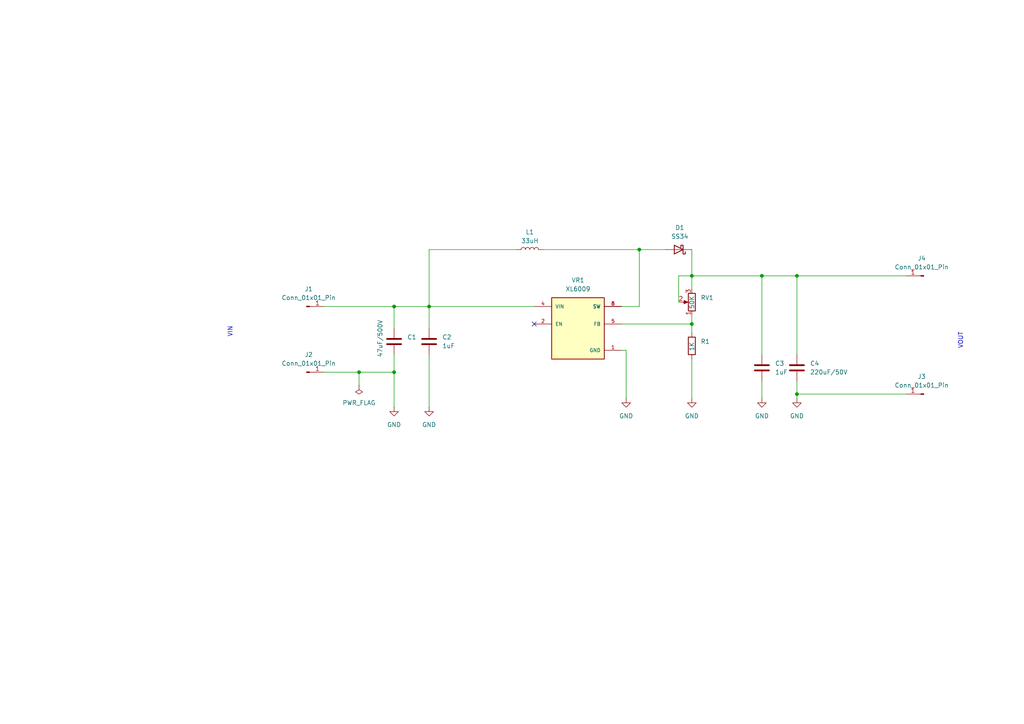
<source format=kicad_sch>
(kicad_sch
	(version 20250114)
	(generator "eeschema")
	(generator_version "9.0")
	(uuid "7d2d8ff2-c9b3-4176-94b2-8cc422663538")
	(paper "A4")
	(title_block
		(title "Dc Dc Boost Coverter")
		(date "2025-09-13")
		(rev "V0.1")
		(company "RD")
	)
	(lib_symbols
		(symbol "Connector:Conn_01x01_Pin"
			(pin_names
				(offset 1.016)
				(hide yes)
			)
			(exclude_from_sim no)
			(in_bom yes)
			(on_board yes)
			(property "Reference" "J"
				(at 0 2.54 0)
				(effects
					(font
						(size 1.27 1.27)
					)
				)
			)
			(property "Value" "Conn_01x01_Pin"
				(at 0 -2.54 0)
				(effects
					(font
						(size 1.27 1.27)
					)
				)
			)
			(property "Footprint" ""
				(at 0 0 0)
				(effects
					(font
						(size 1.27 1.27)
					)
					(hide yes)
				)
			)
			(property "Datasheet" "~"
				(at 0 0 0)
				(effects
					(font
						(size 1.27 1.27)
					)
					(hide yes)
				)
			)
			(property "Description" "Generic connector, single row, 01x01, script generated"
				(at 0 0 0)
				(effects
					(font
						(size 1.27 1.27)
					)
					(hide yes)
				)
			)
			(property "ki_locked" ""
				(at 0 0 0)
				(effects
					(font
						(size 1.27 1.27)
					)
				)
			)
			(property "ki_keywords" "connector"
				(at 0 0 0)
				(effects
					(font
						(size 1.27 1.27)
					)
					(hide yes)
				)
			)
			(property "ki_fp_filters" "Connector*:*_1x??_*"
				(at 0 0 0)
				(effects
					(font
						(size 1.27 1.27)
					)
					(hide yes)
				)
			)
			(symbol "Conn_01x01_Pin_1_1"
				(rectangle
					(start 0.8636 0.127)
					(end 0 -0.127)
					(stroke
						(width 0.1524)
						(type default)
					)
					(fill
						(type outline)
					)
				)
				(polyline
					(pts
						(xy 1.27 0) (xy 0.8636 0)
					)
					(stroke
						(width 0.1524)
						(type default)
					)
					(fill
						(type none)
					)
				)
				(pin passive line
					(at 5.08 0 180)
					(length 3.81)
					(name "Pin_1"
						(effects
							(font
								(size 1.27 1.27)
							)
						)
					)
					(number "1"
						(effects
							(font
								(size 1.27 1.27)
							)
						)
					)
				)
			)
			(embedded_fonts no)
		)
		(symbol "Device:C"
			(pin_numbers
				(hide yes)
			)
			(pin_names
				(offset 0.254)
			)
			(exclude_from_sim no)
			(in_bom yes)
			(on_board yes)
			(property "Reference" "C"
				(at 0.635 2.54 0)
				(effects
					(font
						(size 1.27 1.27)
					)
					(justify left)
				)
			)
			(property "Value" "C"
				(at 0.635 -2.54 0)
				(effects
					(font
						(size 1.27 1.27)
					)
					(justify left)
				)
			)
			(property "Footprint" ""
				(at 0.9652 -3.81 0)
				(effects
					(font
						(size 1.27 1.27)
					)
					(hide yes)
				)
			)
			(property "Datasheet" "~"
				(at 0 0 0)
				(effects
					(font
						(size 1.27 1.27)
					)
					(hide yes)
				)
			)
			(property "Description" "Unpolarized capacitor"
				(at 0 0 0)
				(effects
					(font
						(size 1.27 1.27)
					)
					(hide yes)
				)
			)
			(property "ki_keywords" "cap capacitor"
				(at 0 0 0)
				(effects
					(font
						(size 1.27 1.27)
					)
					(hide yes)
				)
			)
			(property "ki_fp_filters" "C_*"
				(at 0 0 0)
				(effects
					(font
						(size 1.27 1.27)
					)
					(hide yes)
				)
			)
			(symbol "C_0_1"
				(polyline
					(pts
						(xy -2.032 0.762) (xy 2.032 0.762)
					)
					(stroke
						(width 0.508)
						(type default)
					)
					(fill
						(type none)
					)
				)
				(polyline
					(pts
						(xy -2.032 -0.762) (xy 2.032 -0.762)
					)
					(stroke
						(width 0.508)
						(type default)
					)
					(fill
						(type none)
					)
				)
			)
			(symbol "C_1_1"
				(pin passive line
					(at 0 3.81 270)
					(length 2.794)
					(name "~"
						(effects
							(font
								(size 1.27 1.27)
							)
						)
					)
					(number "1"
						(effects
							(font
								(size 1.27 1.27)
							)
						)
					)
				)
				(pin passive line
					(at 0 -3.81 90)
					(length 2.794)
					(name "~"
						(effects
							(font
								(size 1.27 1.27)
							)
						)
					)
					(number "2"
						(effects
							(font
								(size 1.27 1.27)
							)
						)
					)
				)
			)
			(embedded_fonts no)
		)
		(symbol "Device:L"
			(pin_numbers
				(hide yes)
			)
			(pin_names
				(offset 1.016)
				(hide yes)
			)
			(exclude_from_sim no)
			(in_bom yes)
			(on_board yes)
			(property "Reference" "L"
				(at -1.27 0 90)
				(effects
					(font
						(size 1.27 1.27)
					)
				)
			)
			(property "Value" "L"
				(at 1.905 0 90)
				(effects
					(font
						(size 1.27 1.27)
					)
				)
			)
			(property "Footprint" ""
				(at 0 0 0)
				(effects
					(font
						(size 1.27 1.27)
					)
					(hide yes)
				)
			)
			(property "Datasheet" "~"
				(at 0 0 0)
				(effects
					(font
						(size 1.27 1.27)
					)
					(hide yes)
				)
			)
			(property "Description" "Inductor"
				(at 0 0 0)
				(effects
					(font
						(size 1.27 1.27)
					)
					(hide yes)
				)
			)
			(property "ki_keywords" "inductor choke coil reactor magnetic"
				(at 0 0 0)
				(effects
					(font
						(size 1.27 1.27)
					)
					(hide yes)
				)
			)
			(property "ki_fp_filters" "Choke_* *Coil* Inductor_* L_*"
				(at 0 0 0)
				(effects
					(font
						(size 1.27 1.27)
					)
					(hide yes)
				)
			)
			(symbol "L_0_1"
				(arc
					(start 0 2.54)
					(mid 0.6323 1.905)
					(end 0 1.27)
					(stroke
						(width 0)
						(type default)
					)
					(fill
						(type none)
					)
				)
				(arc
					(start 0 1.27)
					(mid 0.6323 0.635)
					(end 0 0)
					(stroke
						(width 0)
						(type default)
					)
					(fill
						(type none)
					)
				)
				(arc
					(start 0 0)
					(mid 0.6323 -0.635)
					(end 0 -1.27)
					(stroke
						(width 0)
						(type default)
					)
					(fill
						(type none)
					)
				)
				(arc
					(start 0 -1.27)
					(mid 0.6323 -1.905)
					(end 0 -2.54)
					(stroke
						(width 0)
						(type default)
					)
					(fill
						(type none)
					)
				)
			)
			(symbol "L_1_1"
				(pin passive line
					(at 0 3.81 270)
					(length 1.27)
					(name "1"
						(effects
							(font
								(size 1.27 1.27)
							)
						)
					)
					(number "1"
						(effects
							(font
								(size 1.27 1.27)
							)
						)
					)
				)
				(pin passive line
					(at 0 -3.81 90)
					(length 1.27)
					(name "2"
						(effects
							(font
								(size 1.27 1.27)
							)
						)
					)
					(number "2"
						(effects
							(font
								(size 1.27 1.27)
							)
						)
					)
				)
			)
			(embedded_fonts no)
		)
		(symbol "Device:R"
			(pin_numbers
				(hide yes)
			)
			(pin_names
				(offset 0)
			)
			(exclude_from_sim no)
			(in_bom yes)
			(on_board yes)
			(property "Reference" "R"
				(at 2.032 0 90)
				(effects
					(font
						(size 1.27 1.27)
					)
				)
			)
			(property "Value" "R"
				(at 0 0 90)
				(effects
					(font
						(size 1.27 1.27)
					)
				)
			)
			(property "Footprint" ""
				(at -1.778 0 90)
				(effects
					(font
						(size 1.27 1.27)
					)
					(hide yes)
				)
			)
			(property "Datasheet" "~"
				(at 0 0 0)
				(effects
					(font
						(size 1.27 1.27)
					)
					(hide yes)
				)
			)
			(property "Description" "Resistor"
				(at 0 0 0)
				(effects
					(font
						(size 1.27 1.27)
					)
					(hide yes)
				)
			)
			(property "ki_keywords" "R res resistor"
				(at 0 0 0)
				(effects
					(font
						(size 1.27 1.27)
					)
					(hide yes)
				)
			)
			(property "ki_fp_filters" "R_*"
				(at 0 0 0)
				(effects
					(font
						(size 1.27 1.27)
					)
					(hide yes)
				)
			)
			(symbol "R_0_1"
				(rectangle
					(start -1.016 -2.54)
					(end 1.016 2.54)
					(stroke
						(width 0.254)
						(type default)
					)
					(fill
						(type none)
					)
				)
			)
			(symbol "R_1_1"
				(pin passive line
					(at 0 3.81 270)
					(length 1.27)
					(name "~"
						(effects
							(font
								(size 1.27 1.27)
							)
						)
					)
					(number "1"
						(effects
							(font
								(size 1.27 1.27)
							)
						)
					)
				)
				(pin passive line
					(at 0 -3.81 90)
					(length 1.27)
					(name "~"
						(effects
							(font
								(size 1.27 1.27)
							)
						)
					)
					(number "2"
						(effects
							(font
								(size 1.27 1.27)
							)
						)
					)
				)
			)
			(embedded_fonts no)
		)
		(symbol "Device:R_Potentiometer"
			(pin_names
				(offset 1.016)
				(hide yes)
			)
			(exclude_from_sim no)
			(in_bom yes)
			(on_board yes)
			(property "Reference" "RV"
				(at -4.445 0 90)
				(effects
					(font
						(size 1.27 1.27)
					)
				)
			)
			(property "Value" "R_Potentiometer"
				(at -2.54 0 90)
				(effects
					(font
						(size 1.27 1.27)
					)
				)
			)
			(property "Footprint" ""
				(at 0 0 0)
				(effects
					(font
						(size 1.27 1.27)
					)
					(hide yes)
				)
			)
			(property "Datasheet" "~"
				(at 0 0 0)
				(effects
					(font
						(size 1.27 1.27)
					)
					(hide yes)
				)
			)
			(property "Description" "Potentiometer"
				(at 0 0 0)
				(effects
					(font
						(size 1.27 1.27)
					)
					(hide yes)
				)
			)
			(property "ki_keywords" "resistor variable"
				(at 0 0 0)
				(effects
					(font
						(size 1.27 1.27)
					)
					(hide yes)
				)
			)
			(property "ki_fp_filters" "Potentiometer*"
				(at 0 0 0)
				(effects
					(font
						(size 1.27 1.27)
					)
					(hide yes)
				)
			)
			(symbol "R_Potentiometer_0_1"
				(rectangle
					(start 1.016 2.54)
					(end -1.016 -2.54)
					(stroke
						(width 0.254)
						(type default)
					)
					(fill
						(type none)
					)
				)
				(polyline
					(pts
						(xy 1.143 0) (xy 2.286 0.508) (xy 2.286 -0.508) (xy 1.143 0)
					)
					(stroke
						(width 0)
						(type default)
					)
					(fill
						(type outline)
					)
				)
				(polyline
					(pts
						(xy 2.54 0) (xy 1.524 0)
					)
					(stroke
						(width 0)
						(type default)
					)
					(fill
						(type none)
					)
				)
			)
			(symbol "R_Potentiometer_1_1"
				(pin passive line
					(at 0 3.81 270)
					(length 1.27)
					(name "1"
						(effects
							(font
								(size 1.27 1.27)
							)
						)
					)
					(number "1"
						(effects
							(font
								(size 1.27 1.27)
							)
						)
					)
				)
				(pin passive line
					(at 0 -3.81 90)
					(length 1.27)
					(name "3"
						(effects
							(font
								(size 1.27 1.27)
							)
						)
					)
					(number "3"
						(effects
							(font
								(size 1.27 1.27)
							)
						)
					)
				)
				(pin passive line
					(at 3.81 0 180)
					(length 1.27)
					(name "2"
						(effects
							(font
								(size 1.27 1.27)
							)
						)
					)
					(number "2"
						(effects
							(font
								(size 1.27 1.27)
							)
						)
					)
				)
			)
			(embedded_fonts no)
		)
		(symbol "Diode:SS34"
			(pin_numbers
				(hide yes)
			)
			(pin_names
				(offset 1.016)
				(hide yes)
			)
			(exclude_from_sim no)
			(in_bom yes)
			(on_board yes)
			(property "Reference" "D"
				(at 0 2.54 0)
				(effects
					(font
						(size 1.27 1.27)
					)
				)
			)
			(property "Value" "SS34"
				(at 0 -2.54 0)
				(effects
					(font
						(size 1.27 1.27)
					)
				)
			)
			(property "Footprint" "Diode_SMD:D_SMA"
				(at 0 -4.445 0)
				(effects
					(font
						(size 1.27 1.27)
					)
					(hide yes)
				)
			)
			(property "Datasheet" "https://www.vishay.com/docs/88751/ss32.pdf"
				(at 0 0 0)
				(effects
					(font
						(size 1.27 1.27)
					)
					(hide yes)
				)
			)
			(property "Description" "40V 3A Schottky Diode, SMA"
				(at 0 0 0)
				(effects
					(font
						(size 1.27 1.27)
					)
					(hide yes)
				)
			)
			(property "ki_keywords" "diode Schottky"
				(at 0 0 0)
				(effects
					(font
						(size 1.27 1.27)
					)
					(hide yes)
				)
			)
			(property "ki_fp_filters" "D*SMA*"
				(at 0 0 0)
				(effects
					(font
						(size 1.27 1.27)
					)
					(hide yes)
				)
			)
			(symbol "SS34_0_1"
				(polyline
					(pts
						(xy -1.905 0.635) (xy -1.905 1.27) (xy -1.27 1.27) (xy -1.27 -1.27) (xy -0.635 -1.27) (xy -0.635 -0.635)
					)
					(stroke
						(width 0.254)
						(type default)
					)
					(fill
						(type none)
					)
				)
				(polyline
					(pts
						(xy 1.27 1.27) (xy 1.27 -1.27) (xy -1.27 0) (xy 1.27 1.27)
					)
					(stroke
						(width 0.254)
						(type default)
					)
					(fill
						(type none)
					)
				)
				(polyline
					(pts
						(xy 1.27 0) (xy -1.27 0)
					)
					(stroke
						(width 0)
						(type default)
					)
					(fill
						(type none)
					)
				)
			)
			(symbol "SS34_1_1"
				(pin passive line
					(at -3.81 0 0)
					(length 2.54)
					(name "K"
						(effects
							(font
								(size 1.27 1.27)
							)
						)
					)
					(number "1"
						(effects
							(font
								(size 1.27 1.27)
							)
						)
					)
				)
				(pin passive line
					(at 3.81 0 180)
					(length 2.54)
					(name "A"
						(effects
							(font
								(size 1.27 1.27)
							)
						)
					)
					(number "2"
						(effects
							(font
								(size 1.27 1.27)
							)
						)
					)
				)
			)
			(embedded_fonts no)
		)
		(symbol "XL6009:XL6009"
			(pin_names
				(offset 1.016)
			)
			(exclude_from_sim no)
			(in_bom yes)
			(on_board yes)
			(property "Reference" "VR"
				(at -7.62 8.89 0)
				(effects
					(font
						(size 1.27 1.27)
					)
					(justify left bottom)
				)
			)
			(property "Value" "XL6009"
				(at -7.62 -11.43 0)
				(effects
					(font
						(size 1.27 1.27)
					)
					(justify left top)
				)
			)
			(property "Footprint" "XL6009:DPAK170P1435X465-6N"
				(at 0 0 0)
				(effects
					(font
						(size 1.27 1.27)
					)
					(justify bottom)
					(hide yes)
				)
			)
			(property "Datasheet" ""
				(at 0 0 0)
				(effects
					(font
						(size 1.27 1.27)
					)
					(hide yes)
				)
			)
			(property "Description" ""
				(at 0 0 0)
				(effects
					(font
						(size 1.27 1.27)
					)
					(hide yes)
				)
			)
			(property "MF" "XLSEMI"
				(at 0 0 0)
				(effects
					(font
						(size 1.27 1.27)
					)
					(justify bottom)
					(hide yes)
				)
			)
			(property "MAXIMUM_PACKAGE_HEIGHT" "4.65mm"
				(at 0 0 0)
				(effects
					(font
						(size 1.27 1.27)
					)
					(justify bottom)
					(hide yes)
				)
			)
			(property "Package" "TO-263-5L XLSEMI"
				(at 0 0 0)
				(effects
					(font
						(size 1.27 1.27)
					)
					(justify bottom)
					(hide yes)
				)
			)
			(property "Price" "None"
				(at 0 0 0)
				(effects
					(font
						(size 1.27 1.27)
					)
					(justify bottom)
					(hide yes)
				)
			)
			(property "Check_prices" "https://www.snapeda.com/parts/XL6009/XLSEMI/view-part/?ref=eda"
				(at 0 0 0)
				(effects
					(font
						(size 1.27 1.27)
					)
					(justify bottom)
					(hide yes)
				)
			)
			(property "STANDARD" "IPC-7351B"
				(at 0 0 0)
				(effects
					(font
						(size 1.27 1.27)
					)
					(justify bottom)
					(hide yes)
				)
			)
			(property "PARTREV" "1.1"
				(at 0 0 0)
				(effects
					(font
						(size 1.27 1.27)
					)
					(justify bottom)
					(hide yes)
				)
			)
			(property "SnapEDA_Link" "https://www.snapeda.com/parts/XL6009/XLSEMI/view-part/?ref=snap"
				(at 0 0 0)
				(effects
					(font
						(size 1.27 1.27)
					)
					(justify bottom)
					(hide yes)
				)
			)
			(property "MP" "XL6009"
				(at 0 0 0)
				(effects
					(font
						(size 1.27 1.27)
					)
					(justify bottom)
					(hide yes)
				)
			)
			(property "Description_1" "The XL6009 regulator is a wide input range, current mode, DC/DC converter which is capable of generating either positive or negative output voltages."
				(at 0 0 0)
				(effects
					(font
						(size 1.27 1.27)
					)
					(justify bottom)
					(hide yes)
				)
			)
			(property "Availability" "Not in stock"
				(at 0 0 0)
				(effects
					(font
						(size 1.27 1.27)
					)
					(justify bottom)
					(hide yes)
				)
			)
			(property "MANUFACTURER" "XLSEMI"
				(at 0 0 0)
				(effects
					(font
						(size 1.27 1.27)
					)
					(justify bottom)
					(hide yes)
				)
			)
			(symbol "XL6009_0_0"
				(rectangle
					(start -7.62 -10.16)
					(end 7.62 7.62)
					(stroke
						(width 0.254)
						(type default)
					)
					(fill
						(type background)
					)
				)
				(pin input line
					(at -12.7 5.08 0)
					(length 5.08)
					(name "VIN"
						(effects
							(font
								(size 1.016 1.016)
							)
						)
					)
					(number "4"
						(effects
							(font
								(size 1.016 1.016)
							)
						)
					)
				)
				(pin input line
					(at -12.7 0 0)
					(length 5.08)
					(name "EN"
						(effects
							(font
								(size 1.016 1.016)
							)
						)
					)
					(number "2"
						(effects
							(font
								(size 1.016 1.016)
							)
						)
					)
				)
				(pin output line
					(at 12.7 5.08 180)
					(length 5.08)
					(name "SW"
						(effects
							(font
								(size 1.016 1.016)
							)
						)
					)
					(number "3"
						(effects
							(font
								(size 1.016 1.016)
							)
						)
					)
				)
				(pin output line
					(at 12.7 5.08 180)
					(length 5.08)
					(name "SW"
						(effects
							(font
								(size 1.016 1.016)
							)
						)
					)
					(number "6"
						(effects
							(font
								(size 1.016 1.016)
							)
						)
					)
				)
				(pin input line
					(at 12.7 0 180)
					(length 5.08)
					(name "FB"
						(effects
							(font
								(size 1.016 1.016)
							)
						)
					)
					(number "5"
						(effects
							(font
								(size 1.016 1.016)
							)
						)
					)
				)
				(pin power_in line
					(at 12.7 -7.62 180)
					(length 5.08)
					(name "GND"
						(effects
							(font
								(size 1.016 1.016)
							)
						)
					)
					(number "1"
						(effects
							(font
								(size 1.016 1.016)
							)
						)
					)
				)
			)
			(embedded_fonts no)
		)
		(symbol "power:GND"
			(power)
			(pin_numbers
				(hide yes)
			)
			(pin_names
				(offset 0)
				(hide yes)
			)
			(exclude_from_sim no)
			(in_bom yes)
			(on_board yes)
			(property "Reference" "#PWR"
				(at 0 -6.35 0)
				(effects
					(font
						(size 1.27 1.27)
					)
					(hide yes)
				)
			)
			(property "Value" "GND"
				(at 0 -3.81 0)
				(effects
					(font
						(size 1.27 1.27)
					)
				)
			)
			(property "Footprint" ""
				(at 0 0 0)
				(effects
					(font
						(size 1.27 1.27)
					)
					(hide yes)
				)
			)
			(property "Datasheet" ""
				(at 0 0 0)
				(effects
					(font
						(size 1.27 1.27)
					)
					(hide yes)
				)
			)
			(property "Description" "Power symbol creates a global label with name \"GND\" , ground"
				(at 0 0 0)
				(effects
					(font
						(size 1.27 1.27)
					)
					(hide yes)
				)
			)
			(property "ki_keywords" "global power"
				(at 0 0 0)
				(effects
					(font
						(size 1.27 1.27)
					)
					(hide yes)
				)
			)
			(symbol "GND_0_1"
				(polyline
					(pts
						(xy 0 0) (xy 0 -1.27) (xy 1.27 -1.27) (xy 0 -2.54) (xy -1.27 -1.27) (xy 0 -1.27)
					)
					(stroke
						(width 0)
						(type default)
					)
					(fill
						(type none)
					)
				)
			)
			(symbol "GND_1_1"
				(pin power_in line
					(at 0 0 270)
					(length 0)
					(name "~"
						(effects
							(font
								(size 1.27 1.27)
							)
						)
					)
					(number "1"
						(effects
							(font
								(size 1.27 1.27)
							)
						)
					)
				)
			)
			(embedded_fonts no)
		)
		(symbol "power:PWR_FLAG"
			(power)
			(pin_numbers
				(hide yes)
			)
			(pin_names
				(offset 0)
				(hide yes)
			)
			(exclude_from_sim no)
			(in_bom yes)
			(on_board yes)
			(property "Reference" "#FLG"
				(at 0 1.905 0)
				(effects
					(font
						(size 1.27 1.27)
					)
					(hide yes)
				)
			)
			(property "Value" "PWR_FLAG"
				(at 0 3.81 0)
				(effects
					(font
						(size 1.27 1.27)
					)
				)
			)
			(property "Footprint" ""
				(at 0 0 0)
				(effects
					(font
						(size 1.27 1.27)
					)
					(hide yes)
				)
			)
			(property "Datasheet" "~"
				(at 0 0 0)
				(effects
					(font
						(size 1.27 1.27)
					)
					(hide yes)
				)
			)
			(property "Description" "Special symbol for telling ERC where power comes from"
				(at 0 0 0)
				(effects
					(font
						(size 1.27 1.27)
					)
					(hide yes)
				)
			)
			(property "ki_keywords" "flag power"
				(at 0 0 0)
				(effects
					(font
						(size 1.27 1.27)
					)
					(hide yes)
				)
			)
			(symbol "PWR_FLAG_0_0"
				(pin power_out line
					(at 0 0 90)
					(length 0)
					(name "~"
						(effects
							(font
								(size 1.27 1.27)
							)
						)
					)
					(number "1"
						(effects
							(font
								(size 1.27 1.27)
							)
						)
					)
				)
			)
			(symbol "PWR_FLAG_0_1"
				(polyline
					(pts
						(xy 0 0) (xy 0 1.27) (xy -1.016 1.905) (xy 0 2.54) (xy 1.016 1.905) (xy 0 1.27)
					)
					(stroke
						(width 0)
						(type default)
					)
					(fill
						(type none)
					)
				)
			)
			(embedded_fonts no)
		)
	)
	(text "VOUT"
		(exclude_from_sim no)
		(at 278.638 98.806 90)
		(effects
			(font
				(size 1.27 1.27)
			)
		)
		(uuid "c9f4ab5e-01d8-4207-ba85-6f855eadcce1")
	)
	(text "VIN\n"
		(exclude_from_sim no)
		(at 66.802 96.266 90)
		(effects
			(font
				(size 1.27 1.27)
			)
		)
		(uuid "d1da82da-bd17-445c-9676-9ad12fc6206d")
	)
	(junction
		(at 104.14 107.95)
		(diameter 0)
		(color 0 0 0 0)
		(uuid "08bde272-c9d6-4ef1-adbd-fe14485316a4")
	)
	(junction
		(at 220.98 80.01)
		(diameter 0)
		(color 0 0 0 0)
		(uuid "215e33a9-2521-400b-938e-f6d90e13538e")
	)
	(junction
		(at 114.3 107.95)
		(diameter 0)
		(color 0 0 0 0)
		(uuid "851741ca-f4ac-4029-afb6-d51296cafcba")
	)
	(junction
		(at 231.14 114.3)
		(diameter 0)
		(color 0 0 0 0)
		(uuid "8dd7f02b-4618-4355-ab2d-ffb5b9a7b533")
	)
	(junction
		(at 200.66 80.01)
		(diameter 0)
		(color 0 0 0 0)
		(uuid "a8dc0656-45fa-4725-b5fa-10d62518bdff")
	)
	(junction
		(at 185.42 72.39)
		(diameter 0)
		(color 0 0 0 0)
		(uuid "c639e7d5-aa74-497d-afcd-de1bff587c76")
	)
	(junction
		(at 114.3 88.9)
		(diameter 0)
		(color 0 0 0 0)
		(uuid "ddc95614-0951-4f06-993c-f194446cbddc")
	)
	(junction
		(at 200.66 93.98)
		(diameter 0)
		(color 0 0 0 0)
		(uuid "ed054a8a-26f2-4f1f-8efb-32863354683a")
	)
	(junction
		(at 231.14 80.01)
		(diameter 0)
		(color 0 0 0 0)
		(uuid "f5530664-e6c1-4e9d-879a-78c64d486e1f")
	)
	(junction
		(at 124.46 88.9)
		(diameter 0)
		(color 0 0 0 0)
		(uuid "f5d4d532-8985-4b14-b46e-d6141c7d189c")
	)
	(no_connect
		(at 154.94 93.98)
		(uuid "4a331d0d-1213-4879-ae5a-24e605507abb")
	)
	(wire
		(pts
			(xy 180.34 88.9) (xy 185.42 88.9)
		)
		(stroke
			(width 0)
			(type default)
		)
		(uuid "00e1b9b6-aeec-4b2b-bc71-4fd994f62e55")
	)
	(wire
		(pts
			(xy 93.98 88.9) (xy 114.3 88.9)
		)
		(stroke
			(width 0)
			(type default)
		)
		(uuid "0c31cb3b-4c98-4ce0-9198-1dc4e726d7b2")
	)
	(wire
		(pts
			(xy 149.86 72.39) (xy 124.46 72.39)
		)
		(stroke
			(width 0)
			(type default)
		)
		(uuid "0dc3c125-a133-41c4-aa4d-5dbc425e47ab")
	)
	(wire
		(pts
			(xy 114.3 102.87) (xy 114.3 107.95)
		)
		(stroke
			(width 0)
			(type default)
		)
		(uuid "21bb294e-a720-4d8c-9c18-14d272f9a2e9")
	)
	(wire
		(pts
			(xy 157.48 72.39) (xy 185.42 72.39)
		)
		(stroke
			(width 0)
			(type default)
		)
		(uuid "22710f5b-1d4d-45e4-b3cc-04e396be7c02")
	)
	(wire
		(pts
			(xy 200.66 91.44) (xy 200.66 93.98)
		)
		(stroke
			(width 0)
			(type default)
		)
		(uuid "2573c5bc-a884-4468-b18f-580e6ebd8cfb")
	)
	(wire
		(pts
			(xy 124.46 95.25) (xy 124.46 88.9)
		)
		(stroke
			(width 0)
			(type default)
		)
		(uuid "2d95427a-5b2c-46b2-a029-3d5638bfb505")
	)
	(wire
		(pts
			(xy 124.46 72.39) (xy 124.46 88.9)
		)
		(stroke
			(width 0)
			(type default)
		)
		(uuid "3db526a5-6f23-42d8-a469-404b6d79792a")
	)
	(wire
		(pts
			(xy 200.66 72.39) (xy 200.66 80.01)
		)
		(stroke
			(width 0)
			(type default)
		)
		(uuid "40190206-c4ef-4ab9-8fea-c9660af5d900")
	)
	(wire
		(pts
			(xy 180.34 93.98) (xy 200.66 93.98)
		)
		(stroke
			(width 0)
			(type default)
		)
		(uuid "59325a3a-ee84-41f9-90f2-7bea5f2000ae")
	)
	(wire
		(pts
			(xy 200.66 104.14) (xy 200.66 115.57)
		)
		(stroke
			(width 0)
			(type default)
		)
		(uuid "6148eece-151f-4e1c-8258-37d87f4b7ba6")
	)
	(wire
		(pts
			(xy 104.14 107.95) (xy 114.3 107.95)
		)
		(stroke
			(width 0)
			(type default)
		)
		(uuid "62747ce2-4ec7-403f-b800-bd0921e74faf")
	)
	(wire
		(pts
			(xy 231.14 102.87) (xy 231.14 80.01)
		)
		(stroke
			(width 0)
			(type default)
		)
		(uuid "64387dad-4a13-4411-8f36-2755cae15808")
	)
	(wire
		(pts
			(xy 231.14 114.3) (xy 231.14 115.57)
		)
		(stroke
			(width 0)
			(type default)
		)
		(uuid "662ff420-2426-46e8-a095-a0f6f2310158")
	)
	(wire
		(pts
			(xy 93.98 107.95) (xy 104.14 107.95)
		)
		(stroke
			(width 0)
			(type default)
		)
		(uuid "6ac84b9a-9e4c-40a2-b661-faa570ea9a97")
	)
	(wire
		(pts
			(xy 124.46 88.9) (xy 154.94 88.9)
		)
		(stroke
			(width 0)
			(type default)
		)
		(uuid "83048efc-1c49-4a13-a925-47405d844f7d")
	)
	(wire
		(pts
			(xy 220.98 102.87) (xy 220.98 80.01)
		)
		(stroke
			(width 0)
			(type default)
		)
		(uuid "86f536a7-2d0f-4c59-8660-afaa4baac75b")
	)
	(wire
		(pts
			(xy 231.14 80.01) (xy 220.98 80.01)
		)
		(stroke
			(width 0)
			(type default)
		)
		(uuid "876a05ac-3993-4dc5-ac7f-f0e995bbd62c")
	)
	(wire
		(pts
			(xy 231.14 80.01) (xy 262.89 80.01)
		)
		(stroke
			(width 0)
			(type default)
		)
		(uuid "87f24eb9-25f2-41ce-b6da-867d88235cda")
	)
	(wire
		(pts
			(xy 196.85 80.01) (xy 200.66 80.01)
		)
		(stroke
			(width 0)
			(type default)
		)
		(uuid "96b0fbda-36db-4df7-8d62-cfee3839622c")
	)
	(wire
		(pts
			(xy 200.66 93.98) (xy 200.66 96.52)
		)
		(stroke
			(width 0)
			(type default)
		)
		(uuid "9ed5ec31-4da6-453b-9284-8ac80a51273d")
	)
	(wire
		(pts
			(xy 180.34 101.6) (xy 181.61 101.6)
		)
		(stroke
			(width 0)
			(type default)
		)
		(uuid "a2484222-7e0b-436c-819d-376ad1e09cde")
	)
	(wire
		(pts
			(xy 114.3 88.9) (xy 124.46 88.9)
		)
		(stroke
			(width 0)
			(type default)
		)
		(uuid "ada930a4-8b00-410a-b116-e4f90cecc403")
	)
	(wire
		(pts
			(xy 196.85 87.63) (xy 196.85 80.01)
		)
		(stroke
			(width 0)
			(type default)
		)
		(uuid "b03061c3-2b02-4433-a933-e6ea8dfad216")
	)
	(wire
		(pts
			(xy 181.61 101.6) (xy 181.61 115.57)
		)
		(stroke
			(width 0)
			(type default)
		)
		(uuid "b533aacc-51c4-4a5f-af7b-b69118cf3e9e")
	)
	(wire
		(pts
			(xy 104.14 107.95) (xy 104.14 111.76)
		)
		(stroke
			(width 0)
			(type default)
		)
		(uuid "bc4e1a69-43a3-4af5-8e2b-87d74118a8a5")
	)
	(wire
		(pts
			(xy 185.42 72.39) (xy 193.04 72.39)
		)
		(stroke
			(width 0)
			(type default)
		)
		(uuid "bd8c8255-f36a-420f-abd2-d3d1218bb632")
	)
	(wire
		(pts
			(xy 262.89 114.3) (xy 231.14 114.3)
		)
		(stroke
			(width 0)
			(type default)
		)
		(uuid "dc1e84d7-f5b2-4cec-982c-cc2b7b2887cc")
	)
	(wire
		(pts
			(xy 231.14 110.49) (xy 231.14 114.3)
		)
		(stroke
			(width 0)
			(type default)
		)
		(uuid "dd447bb4-6398-4e5c-b181-75b6ed90ca67")
	)
	(wire
		(pts
			(xy 114.3 107.95) (xy 114.3 118.11)
		)
		(stroke
			(width 0)
			(type default)
		)
		(uuid "dffb9e30-3786-4267-b567-70e081875458")
	)
	(wire
		(pts
			(xy 124.46 102.87) (xy 124.46 118.11)
		)
		(stroke
			(width 0)
			(type default)
		)
		(uuid "ed9a5d6b-2d98-4213-b7f0-d7f0a51504b3")
	)
	(wire
		(pts
			(xy 200.66 80.01) (xy 200.66 83.82)
		)
		(stroke
			(width 0)
			(type default)
		)
		(uuid "f0b7ce98-7d72-4e9c-8ffd-3ad6f7a2492a")
	)
	(wire
		(pts
			(xy 185.42 88.9) (xy 185.42 72.39)
		)
		(stroke
			(width 0)
			(type default)
		)
		(uuid "f149d70a-d88a-44f5-8b93-9fc925e846e9")
	)
	(wire
		(pts
			(xy 220.98 110.49) (xy 220.98 115.57)
		)
		(stroke
			(width 0)
			(type default)
		)
		(uuid "f21fddfc-2076-49d1-b897-16af287e934e")
	)
	(wire
		(pts
			(xy 114.3 95.25) (xy 114.3 88.9)
		)
		(stroke
			(width 0)
			(type default)
		)
		(uuid "f89fc3fb-9c9e-4593-8055-7e5974ca20e0")
	)
	(wire
		(pts
			(xy 200.66 80.01) (xy 220.98 80.01)
		)
		(stroke
			(width 0)
			(type default)
		)
		(uuid "fb9945d2-2695-4ead-bf99-8b91804584ca")
	)
	(symbol
		(lib_id "Device:L")
		(at 153.67 72.39 90)
		(unit 1)
		(exclude_from_sim no)
		(in_bom yes)
		(on_board yes)
		(dnp no)
		(fields_autoplaced yes)
		(uuid "04867613-042d-4e18-bdea-6ed383fcd4a2")
		(property "Reference" "L1"
			(at 153.67 67.31 90)
			(effects
				(font
					(size 1.27 1.27)
				)
			)
		)
		(property "Value" "33uH"
			(at 153.67 69.85 90)
			(effects
				(font
					(size 1.27 1.27)
				)
			)
		)
		(property "Footprint" "Inductor_SMD:L_12x12mm_H8mm"
			(at 153.67 72.39 0)
			(effects
				(font
					(size 1.27 1.27)
				)
				(hide yes)
			)
		)
		(property "Datasheet" "~"
			(at 153.67 72.39 0)
			(effects
				(font
					(size 1.27 1.27)
				)
				(hide yes)
			)
		)
		(property "Description" "Inductor"
			(at 153.67 72.39 0)
			(effects
				(font
					(size 1.27 1.27)
				)
				(hide yes)
			)
		)
		(pin "2"
			(uuid "3a0c97e0-37e0-4892-8c69-0b2a6fec5686")
		)
		(pin "1"
			(uuid "d91a51c7-dbfb-460c-ad55-bdc09e87f2ff")
		)
		(instances
			(project ""
				(path "/7d2d8ff2-c9b3-4176-94b2-8cc422663538"
					(reference "L1")
					(unit 1)
				)
			)
		)
	)
	(symbol
		(lib_id "power:GND")
		(at 220.98 115.57 0)
		(unit 1)
		(exclude_from_sim no)
		(in_bom yes)
		(on_board yes)
		(dnp no)
		(fields_autoplaced yes)
		(uuid "0a6048ae-edd7-494f-8259-6527f6924fab")
		(property "Reference" "#PWR05"
			(at 220.98 121.92 0)
			(effects
				(font
					(size 1.27 1.27)
				)
				(hide yes)
			)
		)
		(property "Value" "GND"
			(at 220.98 120.65 0)
			(effects
				(font
					(size 1.27 1.27)
				)
			)
		)
		(property "Footprint" ""
			(at 220.98 115.57 0)
			(effects
				(font
					(size 1.27 1.27)
				)
				(hide yes)
			)
		)
		(property "Datasheet" ""
			(at 220.98 115.57 0)
			(effects
				(font
					(size 1.27 1.27)
				)
				(hide yes)
			)
		)
		(property "Description" "Power symbol creates a global label with name \"GND\" , ground"
			(at 220.98 115.57 0)
			(effects
				(font
					(size 1.27 1.27)
				)
				(hide yes)
			)
		)
		(pin "1"
			(uuid "225ca7e6-d32e-4ea0-9995-7d9b7b2cc4ff")
		)
		(instances
			(project "dc dc boost converter"
				(path "/7d2d8ff2-c9b3-4176-94b2-8cc422663538"
					(reference "#PWR05")
					(unit 1)
				)
			)
		)
	)
	(symbol
		(lib_id "power:GND")
		(at 181.61 115.57 0)
		(unit 1)
		(exclude_from_sim no)
		(in_bom yes)
		(on_board yes)
		(dnp no)
		(fields_autoplaced yes)
		(uuid "0b2b35db-89e5-465e-b5b1-99238256ac27")
		(property "Reference" "#PWR03"
			(at 181.61 121.92 0)
			(effects
				(font
					(size 1.27 1.27)
				)
				(hide yes)
			)
		)
		(property "Value" "GND"
			(at 181.61 120.65 0)
			(effects
				(font
					(size 1.27 1.27)
				)
			)
		)
		(property "Footprint" ""
			(at 181.61 115.57 0)
			(effects
				(font
					(size 1.27 1.27)
				)
				(hide yes)
			)
		)
		(property "Datasheet" ""
			(at 181.61 115.57 0)
			(effects
				(font
					(size 1.27 1.27)
				)
				(hide yes)
			)
		)
		(property "Description" "Power symbol creates a global label with name \"GND\" , ground"
			(at 181.61 115.57 0)
			(effects
				(font
					(size 1.27 1.27)
				)
				(hide yes)
			)
		)
		(pin "1"
			(uuid "1cce9446-a8a3-4cd9-b0db-8eaef9500dae")
		)
		(instances
			(project "dc dc boost converter"
				(path "/7d2d8ff2-c9b3-4176-94b2-8cc422663538"
					(reference "#PWR03")
					(unit 1)
				)
			)
		)
	)
	(symbol
		(lib_id "power:GND")
		(at 200.66 115.57 0)
		(unit 1)
		(exclude_from_sim no)
		(in_bom yes)
		(on_board yes)
		(dnp no)
		(fields_autoplaced yes)
		(uuid "1e0f7ab8-05a8-4ca8-a1b7-7dc5272b07b2")
		(property "Reference" "#PWR04"
			(at 200.66 121.92 0)
			(effects
				(font
					(size 1.27 1.27)
				)
				(hide yes)
			)
		)
		(property "Value" "GND"
			(at 200.66 120.65 0)
			(effects
				(font
					(size 1.27 1.27)
				)
			)
		)
		(property "Footprint" ""
			(at 200.66 115.57 0)
			(effects
				(font
					(size 1.27 1.27)
				)
				(hide yes)
			)
		)
		(property "Datasheet" ""
			(at 200.66 115.57 0)
			(effects
				(font
					(size 1.27 1.27)
				)
				(hide yes)
			)
		)
		(property "Description" "Power symbol creates a global label with name \"GND\" , ground"
			(at 200.66 115.57 0)
			(effects
				(font
					(size 1.27 1.27)
				)
				(hide yes)
			)
		)
		(pin "1"
			(uuid "e07f5575-36c7-4573-aedb-6bffa5d2d523")
		)
		(instances
			(project "dc dc boost converter"
				(path "/7d2d8ff2-c9b3-4176-94b2-8cc422663538"
					(reference "#PWR04")
					(unit 1)
				)
			)
		)
	)
	(symbol
		(lib_id "Connector:Conn_01x01_Pin")
		(at 267.97 80.01 180)
		(unit 1)
		(exclude_from_sim no)
		(in_bom yes)
		(on_board yes)
		(dnp no)
		(fields_autoplaced yes)
		(uuid "281ae475-af32-46af-8467-d82cca029341")
		(property "Reference" "J4"
			(at 267.335 74.93 0)
			(effects
				(font
					(size 1.27 1.27)
				)
			)
		)
		(property "Value" "Conn_01x01_Pin"
			(at 267.335 77.47 0)
			(effects
				(font
					(size 1.27 1.27)
				)
			)
		)
		(property "Footprint" "Connector_PinHeader_2.54mm:PinHeader_1x01_P2.54mm_Vertical"
			(at 267.97 80.01 0)
			(effects
				(font
					(size 1.27 1.27)
				)
				(hide yes)
			)
		)
		(property "Datasheet" "~"
			(at 267.97 80.01 0)
			(effects
				(font
					(size 1.27 1.27)
				)
				(hide yes)
			)
		)
		(property "Description" "Generic connector, single row, 01x01, script generated"
			(at 267.97 80.01 0)
			(effects
				(font
					(size 1.27 1.27)
				)
				(hide yes)
			)
		)
		(pin "1"
			(uuid "ccc833cc-e8e6-41c1-b9f9-89c9d4aecd03")
		)
		(instances
			(project "dc dc boost converter"
				(path "/7d2d8ff2-c9b3-4176-94b2-8cc422663538"
					(reference "J4")
					(unit 1)
				)
			)
		)
	)
	(symbol
		(lib_id "power:PWR_FLAG")
		(at 104.14 111.76 180)
		(unit 1)
		(exclude_from_sim no)
		(in_bom yes)
		(on_board yes)
		(dnp no)
		(fields_autoplaced yes)
		(uuid "34f05a03-7888-4339-be14-c6c03ee27040")
		(property "Reference" "#FLG01"
			(at 104.14 113.665 0)
			(effects
				(font
					(size 1.27 1.27)
				)
				(hide yes)
			)
		)
		(property "Value" "PWR_FLAG"
			(at 104.14 116.84 0)
			(effects
				(font
					(size 1.27 1.27)
				)
			)
		)
		(property "Footprint" ""
			(at 104.14 111.76 0)
			(effects
				(font
					(size 1.27 1.27)
				)
				(hide yes)
			)
		)
		(property "Datasheet" "~"
			(at 104.14 111.76 0)
			(effects
				(font
					(size 1.27 1.27)
				)
				(hide yes)
			)
		)
		(property "Description" "Special symbol for telling ERC where power comes from"
			(at 104.14 111.76 0)
			(effects
				(font
					(size 1.27 1.27)
				)
				(hide yes)
			)
		)
		(pin "1"
			(uuid "459e0032-e682-4e06-8e4a-3492d99f1115")
		)
		(instances
			(project ""
				(path "/7d2d8ff2-c9b3-4176-94b2-8cc422663538"
					(reference "#FLG01")
					(unit 1)
				)
			)
		)
	)
	(symbol
		(lib_id "power:GND")
		(at 231.14 115.57 0)
		(unit 1)
		(exclude_from_sim no)
		(in_bom yes)
		(on_board yes)
		(dnp no)
		(fields_autoplaced yes)
		(uuid "4e8b4132-ed5e-44d4-9259-8a8f290cee9d")
		(property "Reference" "#PWR06"
			(at 231.14 121.92 0)
			(effects
				(font
					(size 1.27 1.27)
				)
				(hide yes)
			)
		)
		(property "Value" "GND"
			(at 231.14 120.65 0)
			(effects
				(font
					(size 1.27 1.27)
				)
			)
		)
		(property "Footprint" ""
			(at 231.14 115.57 0)
			(effects
				(font
					(size 1.27 1.27)
				)
				(hide yes)
			)
		)
		(property "Datasheet" ""
			(at 231.14 115.57 0)
			(effects
				(font
					(size 1.27 1.27)
				)
				(hide yes)
			)
		)
		(property "Description" "Power symbol creates a global label with name \"GND\" , ground"
			(at 231.14 115.57 0)
			(effects
				(font
					(size 1.27 1.27)
				)
				(hide yes)
			)
		)
		(pin "1"
			(uuid "9b1bbfe9-2a8a-4898-8cff-0358ccd12558")
		)
		(instances
			(project "dc dc boost converter"
				(path "/7d2d8ff2-c9b3-4176-94b2-8cc422663538"
					(reference "#PWR06")
					(unit 1)
				)
			)
		)
	)
	(symbol
		(lib_id "Device:C")
		(at 114.3 99.06 0)
		(unit 1)
		(exclude_from_sim no)
		(in_bom yes)
		(on_board yes)
		(dnp no)
		(uuid "4ea66ece-9a32-4239-881a-07c2db4c7b68")
		(property "Reference" "C1"
			(at 118.11 97.7899 0)
			(effects
				(font
					(size 1.27 1.27)
				)
				(justify left)
			)
		)
		(property "Value" "47uF/500V"
			(at 110.236 103.632 90)
			(effects
				(font
					(size 1.27 1.27)
				)
				(justify left)
			)
		)
		(property "Footprint" "Capacitor_THT:C_Radial_D8.0mm_H7.0mm_P3.50mm"
			(at 115.2652 102.87 0)
			(effects
				(font
					(size 1.27 1.27)
				)
				(hide yes)
			)
		)
		(property "Datasheet" "~"
			(at 114.3 99.06 0)
			(effects
				(font
					(size 1.27 1.27)
				)
				(hide yes)
			)
		)
		(property "Description" "Unpolarized capacitor"
			(at 114.3 99.06 0)
			(effects
				(font
					(size 1.27 1.27)
				)
				(hide yes)
			)
		)
		(pin "1"
			(uuid "4b8b6c4b-c51e-4393-938d-4b7897d7b59b")
		)
		(pin "2"
			(uuid "6dfb6d45-2bc6-4685-9636-4a6751e77d27")
		)
		(instances
			(project ""
				(path "/7d2d8ff2-c9b3-4176-94b2-8cc422663538"
					(reference "C1")
					(unit 1)
				)
			)
		)
	)
	(symbol
		(lib_id "power:GND")
		(at 114.3 118.11 0)
		(unit 1)
		(exclude_from_sim no)
		(in_bom yes)
		(on_board yes)
		(dnp no)
		(fields_autoplaced yes)
		(uuid "518f9e2e-bc00-4636-a0c6-256554af2a9b")
		(property "Reference" "#PWR01"
			(at 114.3 124.46 0)
			(effects
				(font
					(size 1.27 1.27)
				)
				(hide yes)
			)
		)
		(property "Value" "GND"
			(at 114.3 123.19 0)
			(effects
				(font
					(size 1.27 1.27)
				)
			)
		)
		(property "Footprint" ""
			(at 114.3 118.11 0)
			(effects
				(font
					(size 1.27 1.27)
				)
				(hide yes)
			)
		)
		(property "Datasheet" ""
			(at 114.3 118.11 0)
			(effects
				(font
					(size 1.27 1.27)
				)
				(hide yes)
			)
		)
		(property "Description" "Power symbol creates a global label with name \"GND\" , ground"
			(at 114.3 118.11 0)
			(effects
				(font
					(size 1.27 1.27)
				)
				(hide yes)
			)
		)
		(pin "1"
			(uuid "4b2b2476-1a44-4ac9-aef5-290f9b83b254")
		)
		(instances
			(project ""
				(path "/7d2d8ff2-c9b3-4176-94b2-8cc422663538"
					(reference "#PWR01")
					(unit 1)
				)
			)
		)
	)
	(symbol
		(lib_id "XL6009:XL6009")
		(at 167.64 93.98 0)
		(unit 1)
		(exclude_from_sim no)
		(in_bom yes)
		(on_board yes)
		(dnp no)
		(fields_autoplaced yes)
		(uuid "59092e65-9717-4c25-924e-bda01097335c")
		(property "Reference" "VR1"
			(at 167.64 81.28 0)
			(effects
				(font
					(size 1.27 1.27)
				)
			)
		)
		(property "Value" "XL6009"
			(at 167.64 83.82 0)
			(effects
				(font
					(size 1.27 1.27)
				)
			)
		)
		(property "Footprint" "XL6009:DPAK170P1435X465-6N"
			(at 167.64 93.98 0)
			(effects
				(font
					(size 1.27 1.27)
				)
				(justify bottom)
				(hide yes)
			)
		)
		(property "Datasheet" ""
			(at 167.64 93.98 0)
			(effects
				(font
					(size 1.27 1.27)
				)
				(hide yes)
			)
		)
		(property "Description" ""
			(at 167.64 93.98 0)
			(effects
				(font
					(size 1.27 1.27)
				)
				(hide yes)
			)
		)
		(property "MF" "XLSEMI"
			(at 167.64 93.98 0)
			(effects
				(font
					(size 1.27 1.27)
				)
				(justify bottom)
				(hide yes)
			)
		)
		(property "MAXIMUM_PACKAGE_HEIGHT" "4.65mm"
			(at 167.64 93.98 0)
			(effects
				(font
					(size 1.27 1.27)
				)
				(justify bottom)
				(hide yes)
			)
		)
		(property "Package" "TO-263-5L XLSEMI"
			(at 167.64 93.98 0)
			(effects
				(font
					(size 1.27 1.27)
				)
				(justify bottom)
				(hide yes)
			)
		)
		(property "Price" "None"
			(at 167.64 93.98 0)
			(effects
				(font
					(size 1.27 1.27)
				)
				(justify bottom)
				(hide yes)
			)
		)
		(property "Check_prices" "https://www.snapeda.com/parts/XL6009/XLSEMI/view-part/?ref=eda"
			(at 167.64 93.98 0)
			(effects
				(font
					(size 1.27 1.27)
				)
				(justify bottom)
				(hide yes)
			)
		)
		(property "STANDARD" "IPC-7351B"
			(at 167.64 93.98 0)
			(effects
				(font
					(size 1.27 1.27)
				)
				(justify bottom)
				(hide yes)
			)
		)
		(property "PARTREV" "1.1"
			(at 167.64 93.98 0)
			(effects
				(font
					(size 1.27 1.27)
				)
				(justify bottom)
				(hide yes)
			)
		)
		(property "SnapEDA_Link" "https://www.snapeda.com/parts/XL6009/XLSEMI/view-part/?ref=snap"
			(at 167.64 93.98 0)
			(effects
				(font
					(size 1.27 1.27)
				)
				(justify bottom)
				(hide yes)
			)
		)
		(property "MP" "XL6009"
			(at 167.64 93.98 0)
			(effects
				(font
					(size 1.27 1.27)
				)
				(justify bottom)
				(hide yes)
			)
		)
		(property "Description_1" "The XL6009 regulator is a wide input range, current mode, DC/DC converter which is capable of generating either positive or negative output voltages."
			(at 167.64 93.98 0)
			(effects
				(font
					(size 1.27 1.27)
				)
				(justify bottom)
				(hide yes)
			)
		)
		(property "Availability" "Not in stock"
			(at 167.64 93.98 0)
			(effects
				(font
					(size 1.27 1.27)
				)
				(justify bottom)
				(hide yes)
			)
		)
		(property "MANUFACTURER" "XLSEMI"
			(at 167.64 93.98 0)
			(effects
				(font
					(size 1.27 1.27)
				)
				(justify bottom)
				(hide yes)
			)
		)
		(pin "6"
			(uuid "6adf8bfa-8e8a-46ad-8860-ed68e394c51d")
		)
		(pin "1"
			(uuid "5014015f-2efc-462f-8a04-e4ce7328922f")
		)
		(pin "3"
			(uuid "c3f39cfd-6c53-4618-a9ca-616431eb45ac")
		)
		(pin "4"
			(uuid "7c56919c-e1be-4050-8132-b1f4f338a3ac")
		)
		(pin "5"
			(uuid "bc2849ae-328a-41bd-b407-8890bd2428d6")
		)
		(pin "2"
			(uuid "eb142161-e2b0-4ec6-afb9-99d1dd785035")
		)
		(instances
			(project ""
				(path "/7d2d8ff2-c9b3-4176-94b2-8cc422663538"
					(reference "VR1")
					(unit 1)
				)
			)
		)
	)
	(symbol
		(lib_id "Connector:Conn_01x01_Pin")
		(at 88.9 107.95 0)
		(unit 1)
		(exclude_from_sim no)
		(in_bom yes)
		(on_board yes)
		(dnp no)
		(fields_autoplaced yes)
		(uuid "5ae7f4ee-b14e-4ba1-9011-6ee62ed6a3b1")
		(property "Reference" "J2"
			(at 89.535 102.87 0)
			(effects
				(font
					(size 1.27 1.27)
				)
			)
		)
		(property "Value" "Conn_01x01_Pin"
			(at 89.535 105.41 0)
			(effects
				(font
					(size 1.27 1.27)
				)
			)
		)
		(property "Footprint" "Connector_PinHeader_2.54mm:PinHeader_1x01_P2.54mm_Vertical"
			(at 88.9 107.95 0)
			(effects
				(font
					(size 1.27 1.27)
				)
				(hide yes)
			)
		)
		(property "Datasheet" "~"
			(at 88.9 107.95 0)
			(effects
				(font
					(size 1.27 1.27)
				)
				(hide yes)
			)
		)
		(property "Description" "Generic connector, single row, 01x01, script generated"
			(at 88.9 107.95 0)
			(effects
				(font
					(size 1.27 1.27)
				)
				(hide yes)
			)
		)
		(pin "1"
			(uuid "edef4b5e-b572-4e78-ab77-9e2c988fa48f")
		)
		(instances
			(project "dc dc boost converter"
				(path "/7d2d8ff2-c9b3-4176-94b2-8cc422663538"
					(reference "J2")
					(unit 1)
				)
			)
		)
	)
	(symbol
		(lib_id "power:GND")
		(at 124.46 118.11 0)
		(unit 1)
		(exclude_from_sim no)
		(in_bom yes)
		(on_board yes)
		(dnp no)
		(fields_autoplaced yes)
		(uuid "773faab8-a7bf-498d-9c53-0524f45ca164")
		(property "Reference" "#PWR02"
			(at 124.46 124.46 0)
			(effects
				(font
					(size 1.27 1.27)
				)
				(hide yes)
			)
		)
		(property "Value" "GND"
			(at 124.46 123.19 0)
			(effects
				(font
					(size 1.27 1.27)
				)
			)
		)
		(property "Footprint" ""
			(at 124.46 118.11 0)
			(effects
				(font
					(size 1.27 1.27)
				)
				(hide yes)
			)
		)
		(property "Datasheet" ""
			(at 124.46 118.11 0)
			(effects
				(font
					(size 1.27 1.27)
				)
				(hide yes)
			)
		)
		(property "Description" "Power symbol creates a global label with name \"GND\" , ground"
			(at 124.46 118.11 0)
			(effects
				(font
					(size 1.27 1.27)
				)
				(hide yes)
			)
		)
		(pin "1"
			(uuid "69296450-719b-47a6-900c-62c38b8a3f8d")
		)
		(instances
			(project "dc dc boost converter"
				(path "/7d2d8ff2-c9b3-4176-94b2-8cc422663538"
					(reference "#PWR02")
					(unit 1)
				)
			)
		)
	)
	(symbol
		(lib_id "Connector:Conn_01x01_Pin")
		(at 267.97 114.3 180)
		(unit 1)
		(exclude_from_sim no)
		(in_bom yes)
		(on_board yes)
		(dnp no)
		(uuid "80af0df0-8a32-4a1c-bfb0-2ef47cd4b696")
		(property "Reference" "J3"
			(at 267.335 109.22 0)
			(effects
				(font
					(size 1.27 1.27)
				)
			)
		)
		(property "Value" "Conn_01x01_Pin"
			(at 267.335 111.76 0)
			(effects
				(font
					(size 1.27 1.27)
				)
			)
		)
		(property "Footprint" "Connector_PinHeader_2.54mm:PinHeader_1x01_P2.54mm_Vertical"
			(at 267.97 114.3 0)
			(effects
				(font
					(size 1.27 1.27)
				)
				(hide yes)
			)
		)
		(property "Datasheet" "~"
			(at 267.97 114.3 0)
			(effects
				(font
					(size 1.27 1.27)
				)
				(hide yes)
			)
		)
		(property "Description" "Generic connector, single row, 01x01, script generated"
			(at 267.97 114.3 0)
			(effects
				(font
					(size 1.27 1.27)
				)
				(hide yes)
			)
		)
		(pin "1"
			(uuid "0926d68d-3e48-4b92-b03f-93e04b02ff1e")
		)
		(instances
			(project "dc dc boost converter"
				(path "/7d2d8ff2-c9b3-4176-94b2-8cc422663538"
					(reference "J3")
					(unit 1)
				)
			)
		)
	)
	(symbol
		(lib_id "Device:C")
		(at 220.98 106.68 0)
		(unit 1)
		(exclude_from_sim no)
		(in_bom yes)
		(on_board yes)
		(dnp no)
		(fields_autoplaced yes)
		(uuid "a05b0e74-0bcf-4c75-9e40-3d663f6a6e73")
		(property "Reference" "C3"
			(at 224.79 105.4099 0)
			(effects
				(font
					(size 1.27 1.27)
				)
				(justify left)
			)
		)
		(property "Value" "1uF"
			(at 224.79 107.9499 0)
			(effects
				(font
					(size 1.27 1.27)
				)
				(justify left)
			)
		)
		(property "Footprint" "Capacitor_SMD:C_0805_2012Metric"
			(at 221.9452 110.49 0)
			(effects
				(font
					(size 1.27 1.27)
				)
				(hide yes)
			)
		)
		(property "Datasheet" "~"
			(at 220.98 106.68 0)
			(effects
				(font
					(size 1.27 1.27)
				)
				(hide yes)
			)
		)
		(property "Description" "Unpolarized capacitor"
			(at 220.98 106.68 0)
			(effects
				(font
					(size 1.27 1.27)
				)
				(hide yes)
			)
		)
		(pin "1"
			(uuid "3969286d-24ce-4a1f-b69a-8da4ec6fb08b")
		)
		(pin "2"
			(uuid "3150dc79-06e3-4187-ac6b-4a3b107eeeea")
		)
		(instances
			(project "dc dc boost converter"
				(path "/7d2d8ff2-c9b3-4176-94b2-8cc422663538"
					(reference "C3")
					(unit 1)
				)
			)
		)
	)
	(symbol
		(lib_id "Device:R_Potentiometer")
		(at 200.66 87.63 180)
		(unit 1)
		(exclude_from_sim no)
		(in_bom yes)
		(on_board yes)
		(dnp no)
		(uuid "b5141a75-f866-4073-9fc6-f7f2d5733748")
		(property "Reference" "RV1"
			(at 203.2 86.3599 0)
			(effects
				(font
					(size 1.27 1.27)
				)
				(justify right)
			)
		)
		(property "Value" "50K"
			(at 200.66 89.662 90)
			(effects
				(font
					(size 1.27 1.27)
				)
				(justify right)
			)
		)
		(property "Footprint" "Potentiometer_THT:Potentiometer_Bourns_3296W_Vertical"
			(at 200.66 87.63 0)
			(effects
				(font
					(size 1.27 1.27)
				)
				(hide yes)
			)
		)
		(property "Datasheet" "~"
			(at 200.66 87.63 0)
			(effects
				(font
					(size 1.27 1.27)
				)
				(hide yes)
			)
		)
		(property "Description" "Potentiometer"
			(at 200.66 87.63 0)
			(effects
				(font
					(size 1.27 1.27)
				)
				(hide yes)
			)
		)
		(pin "3"
			(uuid "dd17216f-b5e8-41c3-a554-c897c24bf565")
		)
		(pin "1"
			(uuid "95773f82-45ce-4243-aee7-68211a8b519f")
		)
		(pin "2"
			(uuid "2b87b456-cb06-4012-95bc-c6a050d69d09")
		)
		(instances
			(project ""
				(path "/7d2d8ff2-c9b3-4176-94b2-8cc422663538"
					(reference "RV1")
					(unit 1)
				)
			)
		)
	)
	(symbol
		(lib_id "Device:R")
		(at 200.66 100.33 0)
		(unit 1)
		(exclude_from_sim no)
		(in_bom yes)
		(on_board yes)
		(dnp no)
		(uuid "c4735b72-002f-4c98-81b4-eaa283be63a2")
		(property "Reference" "R1"
			(at 203.2 99.0599 0)
			(effects
				(font
					(size 1.27 1.27)
				)
				(justify left)
			)
		)
		(property "Value" "1K"
			(at 200.66 101.854 90)
			(effects
				(font
					(size 1.27 1.27)
				)
				(justify left)
			)
		)
		(property "Footprint" "Resistor_SMD:R_1206_3216Metric"
			(at 198.882 100.33 90)
			(effects
				(font
					(size 1.27 1.27)
				)
				(hide yes)
			)
		)
		(property "Datasheet" "~"
			(at 200.66 100.33 0)
			(effects
				(font
					(size 1.27 1.27)
				)
				(hide yes)
			)
		)
		(property "Description" "Resistor"
			(at 200.66 100.33 0)
			(effects
				(font
					(size 1.27 1.27)
				)
				(hide yes)
			)
		)
		(pin "2"
			(uuid "326bd758-648f-4636-b27a-d7fbddf9296b")
		)
		(pin "1"
			(uuid "0f2bb454-8674-47c3-9df0-e21731487ce0")
		)
		(instances
			(project ""
				(path "/7d2d8ff2-c9b3-4176-94b2-8cc422663538"
					(reference "R1")
					(unit 1)
				)
			)
		)
	)
	(symbol
		(lib_id "Diode:SS34")
		(at 196.85 72.39 180)
		(unit 1)
		(exclude_from_sim no)
		(in_bom yes)
		(on_board yes)
		(dnp no)
		(fields_autoplaced yes)
		(uuid "c49802c8-6a2d-4f20-b4b1-b51c57077db5")
		(property "Reference" "D1"
			(at 197.1675 66.04 0)
			(effects
				(font
					(size 1.27 1.27)
				)
			)
		)
		(property "Value" "SS34"
			(at 197.1675 68.58 0)
			(effects
				(font
					(size 1.27 1.27)
				)
			)
		)
		(property "Footprint" "Diode_SMD:D_SMA"
			(at 196.85 67.945 0)
			(effects
				(font
					(size 1.27 1.27)
				)
				(hide yes)
			)
		)
		(property "Datasheet" "https://www.vishay.com/docs/88751/ss32.pdf"
			(at 196.85 72.39 0)
			(effects
				(font
					(size 1.27 1.27)
				)
				(hide yes)
			)
		)
		(property "Description" "40V 3A Schottky Diode, SMA"
			(at 196.85 72.39 0)
			(effects
				(font
					(size 1.27 1.27)
				)
				(hide yes)
			)
		)
		(pin "1"
			(uuid "5363484f-9dae-4a8a-889b-d193628ddb7d")
		)
		(pin "2"
			(uuid "ca0a90d9-67fe-4b95-8c50-ecda90d66f35")
		)
		(instances
			(project ""
				(path "/7d2d8ff2-c9b3-4176-94b2-8cc422663538"
					(reference "D1")
					(unit 1)
				)
			)
		)
	)
	(symbol
		(lib_id "Connector:Conn_01x01_Pin")
		(at 88.9 88.9 0)
		(unit 1)
		(exclude_from_sim no)
		(in_bom yes)
		(on_board yes)
		(dnp no)
		(fields_autoplaced yes)
		(uuid "ce8959e1-8b39-4058-ab9b-08298fd9da8d")
		(property "Reference" "J1"
			(at 89.535 83.82 0)
			(effects
				(font
					(size 1.27 1.27)
				)
			)
		)
		(property "Value" "Conn_01x01_Pin"
			(at 89.535 86.36 0)
			(effects
				(font
					(size 1.27 1.27)
				)
			)
		)
		(property "Footprint" "Connector_PinHeader_2.54mm:PinHeader_1x01_P2.54mm_Vertical"
			(at 88.9 88.9 0)
			(effects
				(font
					(size 1.27 1.27)
				)
				(hide yes)
			)
		)
		(property "Datasheet" "~"
			(at 88.9 88.9 0)
			(effects
				(font
					(size 1.27 1.27)
				)
				(hide yes)
			)
		)
		(property "Description" "Generic connector, single row, 01x01, script generated"
			(at 88.9 88.9 0)
			(effects
				(font
					(size 1.27 1.27)
				)
				(hide yes)
			)
		)
		(pin "1"
			(uuid "d7fa9116-18f8-4c16-95b3-07c9558c8431")
		)
		(instances
			(project ""
				(path "/7d2d8ff2-c9b3-4176-94b2-8cc422663538"
					(reference "J1")
					(unit 1)
				)
			)
		)
	)
	(symbol
		(lib_id "Device:C")
		(at 231.14 106.68 0)
		(unit 1)
		(exclude_from_sim no)
		(in_bom yes)
		(on_board yes)
		(dnp no)
		(fields_autoplaced yes)
		(uuid "ee83b7e8-d696-45cb-a9f9-c88bc916a4a1")
		(property "Reference" "C4"
			(at 234.95 105.4099 0)
			(effects
				(font
					(size 1.27 1.27)
				)
				(justify left)
			)
		)
		(property "Value" "220uF/50V"
			(at 234.95 107.9499 0)
			(effects
				(font
					(size 1.27 1.27)
				)
				(justify left)
			)
		)
		(property "Footprint" "Capacitor_THT:C_Radial_D8.0mm_H7.0mm_P3.50mm"
			(at 232.1052 110.49 0)
			(effects
				(font
					(size 1.27 1.27)
				)
				(hide yes)
			)
		)
		(property "Datasheet" "~"
			(at 231.14 106.68 0)
			(effects
				(font
					(size 1.27 1.27)
				)
				(hide yes)
			)
		)
		(property "Description" "Unpolarized capacitor"
			(at 231.14 106.68 0)
			(effects
				(font
					(size 1.27 1.27)
				)
				(hide yes)
			)
		)
		(pin "1"
			(uuid "7ed49697-3467-451a-9397-a036970bc530")
		)
		(pin "2"
			(uuid "45b8672b-a7b1-427c-baa4-6e6a660dc7ac")
		)
		(instances
			(project "dc dc boost converter"
				(path "/7d2d8ff2-c9b3-4176-94b2-8cc422663538"
					(reference "C4")
					(unit 1)
				)
			)
		)
	)
	(symbol
		(lib_id "Device:C")
		(at 124.46 99.06 0)
		(unit 1)
		(exclude_from_sim no)
		(in_bom yes)
		(on_board yes)
		(dnp no)
		(fields_autoplaced yes)
		(uuid "f819e5c8-dfe9-4d9e-93bd-ec4c1be3a7a9")
		(property "Reference" "C2"
			(at 128.27 97.7899 0)
			(effects
				(font
					(size 1.27 1.27)
				)
				(justify left)
			)
		)
		(property "Value" "1uF"
			(at 128.27 100.3299 0)
			(effects
				(font
					(size 1.27 1.27)
				)
				(justify left)
			)
		)
		(property "Footprint" "Capacitor_SMD:C_0805_2012Metric"
			(at 125.4252 102.87 0)
			(effects
				(font
					(size 1.27 1.27)
				)
				(hide yes)
			)
		)
		(property "Datasheet" "~"
			(at 124.46 99.06 0)
			(effects
				(font
					(size 1.27 1.27)
				)
				(hide yes)
			)
		)
		(property "Description" "Unpolarized capacitor"
			(at 124.46 99.06 0)
			(effects
				(font
					(size 1.27 1.27)
				)
				(hide yes)
			)
		)
		(pin "1"
			(uuid "995c9cc2-25fb-4b7c-aa68-213e445658ef")
		)
		(pin "2"
			(uuid "182cddc5-ff2c-4ea6-bf71-c0036e3ed411")
		)
		(instances
			(project "dc dc boost converter"
				(path "/7d2d8ff2-c9b3-4176-94b2-8cc422663538"
					(reference "C2")
					(unit 1)
				)
			)
		)
	)
	(sheet_instances
		(path "/"
			(page "1")
		)
	)
	(embedded_fonts no)
)

</source>
